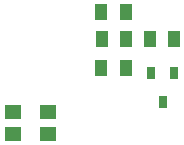
<source format=gbp>
G04*
G04 #@! TF.GenerationSoftware,Altium Limited,Altium Designer,21.4.1 (30)*
G04*
G04 Layer_Color=128*
%FSLAX44Y44*%
%MOMM*%
G71*
G04*
G04 #@! TF.SameCoordinates,1B399950-D3B7-4EFA-8D0F-ABCAEF693611*
G04*
G04*
G04 #@! TF.FilePolarity,Positive*
G04*
G01*
G75*
%ADD34R,1.0000X1.3500*%
%ADD35R,1.4500X1.3000*%
%ADD36R,0.8000X1.0000*%
D34*
X178250Y151000D02*
D03*
X157710D02*
D03*
X157750Y175250D02*
D03*
X178290D02*
D03*
X219270D02*
D03*
X198730D02*
D03*
X178250Y198750D02*
D03*
X157710D02*
D03*
D35*
X82750Y113770D02*
D03*
Y95230D02*
D03*
X112750Y113770D02*
D03*
Y95230D02*
D03*
D36*
X209500Y122000D02*
D03*
X199750Y147000D02*
D03*
X219250D02*
D03*
M02*

</source>
